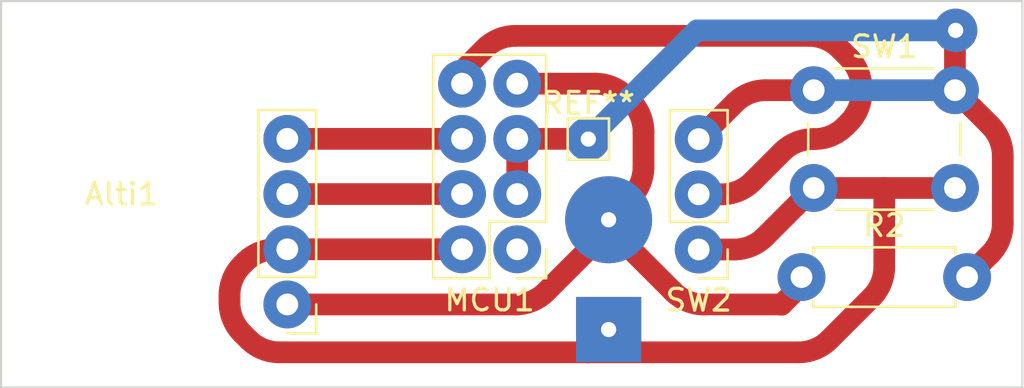
<source format=kicad_pcb>
(kicad_pcb (version 20221018) (generator pcbnew)
  (layers (0 "F.Cu" signal) (31 "B.Cu" signal) (34 "B.Paste" user) (35 "F.Paste" user) (36 "B.SilkS" user "B.Silkscreen") (37 "F.SilkS" user "F.Silkscreen") (38 "B.Mask" user) (39 "F.Mask" user) (44 "Edge.Cuts" user))
  (net 0 "")
  (net 1 "+3V3")
  (net 2 "GND")
  (net 3 "Net-(Alti1-SCL)")
  (net 4 "Net-(Alti1-SDA)")
  (net 6 "Net-(MCU1-GPIO3)")
  (net 7 "Net-(MCU1-CH_PD)")
  (footprint "Hackspace:3_pin_toggle_switch" (layer "F.Cu") (at 157.48 111.76 180)
    (fp_text reference "SW2" (at 0 -2.33) (layer "F.SilkS"))
    (fp_text value "Select")
    (fp_line (start -1.33 -1.33) (end 0 -1.33) (stroke (width 0.12)) (layer "F.SilkS"))
    (fp_line (start -1.33 0) (end -1.33 -1.33) (stroke (width 0.12)) (layer "F.SilkS"))
    (fp_line (start -1.33 1.27) (end -1.33 6.41) (stroke (width 0.12)) (layer "F.SilkS"))
    (fp_line (start -1.33 1.27) (end 1.33 1.27) (stroke (width 0.12)) (layer "F.SilkS"))
    (fp_line (start -1.33 6.41) (end 1.33 6.41) (stroke (width 0.12)) (layer "F.SilkS"))
    (fp_line (start 1.33 1.27) (end 1.33 6.41) (stroke (width 0.12)) (layer "F.SilkS"))
    (pad "1" thru_hole oval (at 0 0 180) (size 2.2 2.2) (drill 1) (layers "*.Cu" "*.Mask") (net 2 "GND"))
    (pad "2" thru_hole oval (at 0 2.54 180) (size 2.2 2.2) (drill 1) (layers "*.Cu" "*.Mask") (net 6 "Net-(MCU1-GPIO3)"))
    (pad "3" thru_hole oval (at 0 5.08 180) (size 2.2 2.2) (drill 1) (layers "*.Cu" "*.Mask") (net 7 "Net-(MCU1-CH_PD)"))
  )
  (footprint "Connector_PinHeader_2.54mm:PinHeader_2x04_P2.54mm_Vertical" (layer "F.Cu") (at 149.13 111.75 180)
    (fp_text reference "MCU1" (at 1.27 -2.33) (layer "F.SilkS"))
    (fp_text value "ESP01")
    (fp_line (start -1.33 -1.33) (end 0 -1.33) (stroke (width 0.12)) (layer "F.SilkS"))
    (fp_line (start -1.33 0) (end -1.33 -1.33) (stroke (width 0.12)) (layer "F.SilkS"))
    (fp_line (start -1.33 1.27) (end -1.33 8.95) (stroke (width 0.12)) (layer "F.SilkS"))
    (fp_line (start -1.33 1.27) (end 1.27 1.27) (stroke (width 0.12)) (layer "F.SilkS"))
    (fp_line (start -1.33 8.95) (end 3.87 8.95) (stroke (width 0.12)) (layer "F.SilkS"))
    (fp_line (start 1.27 -1.33) (end 3.87 -1.33) (stroke (width 0.12)) (layer "F.SilkS"))
    (fp_line (start 1.27 1.27) (end 1.27 -1.33) (stroke (width 0.12)) (layer "F.SilkS"))
    (fp_line (start 3.87 -1.33) (end 3.87 8.95) (stroke (width 0.12)) (layer "F.SilkS"))
    (pad "1" thru_hole oval (at 0 0 180) (size 2.2 2.2) (drill 1) (layers "*.Cu" "*.Mask"))
    (pad "2" thru_hole oval (at 0 2.54 180) (size 2.2 2.2) (drill 1) (layers "*.Cu" "*.Mask") (net 7 "Net-(MCU1-CH_PD)"))
    (pad "3" thru_hole oval (at 0 5.08 180) (size 2.2 2.2) (drill 1) (layers "*.Cu" "*.Mask") (net 7 "Net-(MCU1-CH_PD)"))
    (pad "4" thru_hole oval (at 0 7.62 180) (size 2.2 2.2) (drill 1) (layers "*.Cu" "*.Mask") (net 1 "+3V3"))
    (pad "5" thru_hole oval (at 2.54 7.62 180) (size 2.2 2.2) (drill 1) (layers "*.Cu" "*.Mask") (net 6 "Net-(MCU1-GPIO3)"))
    (pad "6" thru_hole oval (at 2.54 5.08 180) (size 2.2 2.2) (drill 1) (layers "*.Cu" "*.Mask") (net 4 "Net-(Alti1-SDA)"))
    (pad "7" thru_hole oval (at 2.54 2.54 180) (size 2.2 2.2) (drill 1) (layers "*.Cu" "*.Mask") (net 3 "Net-(Alti1-SCL)"))
    (pad "8" thru_hole oval (at 2.54 0 180) (size 2.2 2.2) (drill 1) (layers "*.Cu" "*.Mask") (net 2 "GND"))
  )
  (footprint "" (layer "F.Cu") (at 153.33436 110.390774)
    (fp_text reference "" (at 0 0) (layer "F.SilkS") (effects (font (size 1.27 1.27))))
    (fp_text value "" (at 0 0) (layer "F.SilkS") (effects (font (size 1.27 1.27))))
    (pad "1" thru_hole circle (at 0 0) (size 4 4) (drill 0.7) (layers "*.Cu" "*.Mask") (net 1 "+3V3"))
  )
  (footprint "" (layer "F.Cu") (at 169.301168 101.678566)
    (fp_text reference "" (at 0 0) (layer "F.SilkS") (effects (font (size 1.27 1.27))))
    (fp_text value "" (at 0 0) (layer "F.SilkS") (effects (font (size 1.27 1.27))))
    (pad "1" thru_hole circle (at 0 0) (size 2 2) (drill 0.7) (layers "*.Cu" "*.Mask") (net 7 "Net-(MCU1-CH_PD)"))
  )
  (footprint "" (layer "F.Cu") (at 153.209149 115.443)
    (fp_text reference "" (at 0 0) (layer "F.SilkS") (effects (font (size 1.27 1.27))))
    (fp_text value "" (at 0 0) (layer "F.SilkS") (effects (font (size 1.27 1.27))))
    (pad "1" thru_hole rect (at 0.125211 0) (size 3 3) (drill 0.7) (layers "*.Cu" "*.Mask") (net 2 "GND"))
  )
  (footprint "TestPoint:TestPoint_THTPad_1.5x1.5mm_Drill0.7mm" (layer "F.Cu") (at 152.4 106.68)
    (fp_text reference "REF**" (at 0 -1.648) (layer "F.SilkS"))
    (fp_text value "TestPoint_THTPad_1.5x1.5mm_Drill0.7mm")
    (fp_line (start -0.95 -0.95) (end 0.95 -0.95) (stroke (width 0.12)) (layer "F.SilkS"))
    (fp_line (start -0.95 0.95) (end -0.95 -0.95) (stroke (width 0.12)) (layer "F.SilkS"))
    (fp_line (start 0.95 -0.95) (end 0.95 0.95) (stroke (width 0.12)) (layer "F.SilkS"))
    (fp_line (start 0.95 0.95) (end -0.95 0.95) (stroke (width 0.12)) (layer "F.SilkS"))
    (pad "1" thru_hole circle (at 0 0) (size 2 2) (drill 0.7) (layers "*.Cu" "*.Mask") (net 7 "Net-(MCU1-CH_PD)"))
  )
  (footprint "Resistor_THT:R_Axial_DIN0207_L6.3mm_D2.5mm_P7.62mm_Horizontal" (layer "F.Cu") (at 162.210075 113.03)
    (fp_text reference "R2" (at 3.81 -2.37) (layer "F.SilkS"))
    (fp_text value "10K")
    (fp_line (start 0.54 -1.37) (end 7.08 -1.37) (stroke (width 0.12)) (layer "F.SilkS"))
    (fp_line (start 0.54 -1.04) (end 0.54 -1.37) (stroke (width 0.12)) (layer "F.SilkS"))
    (fp_line (start 0.54 1.04) (end 0.54 1.37) (stroke (width 0.12)) (layer "F.SilkS"))
    (fp_line (start 0.54 1.37) (end 7.08 1.37) (stroke (width 0.12)) (layer "F.SilkS"))
    (fp_line (start 7.08 -1.37) (end 7.08 -1.04) (stroke (width 0.12)) (layer "F.SilkS"))
    (fp_line (start 7.08 1.37) (end 7.08 1.04) (stroke (width 0.12)) (layer "F.SilkS"))
    (pad "1" thru_hole oval (at 0 0) (size 2.2 2.2) (drill 1) (layers "*.Cu" "*.Mask") (net 1 "+3V3"))
    (pad "2" thru_hole oval (at 7.62 0) (size 2.2 2.2) (drill 1) (layers "*.Cu" "*.Mask") (net 7 "Net-(MCU1-CH_PD)"))
  )
  (footprint "Button_Switch_THT:SW_PUSH_6mm" (layer "F.Cu") (at 162.770075 104.43)
    (fp_text reference "SW1" (at 3.25 -2) (layer "F.SilkS"))
    (fp_text value "Reset")
    (fp_line (start -0.25 1.5) (end -0.25 3) (stroke (width 0.12)) (layer "F.SilkS"))
    (fp_line (start 1 5.5) (end 5.5 5.5) (stroke (width 0.12)) (layer "F.SilkS"))
    (fp_line (start 5.5 -1) (end 1 -1) (stroke (width 0.12)) (layer "F.SilkS"))
    (fp_line (start 6.75 3) (end 6.75 1.5) (stroke (width 0.12)) (layer "F.SilkS"))
    (pad "1" thru_hole oval (at 0 0) (size 2.2 2.2) (drill 1) (layers "*.Cu" "*.Mask") (net 7 "Net-(MCU1-CH_PD)"))
    (pad "1" thru_hole oval (at 6.5 0) (size 2.2 2.2) (drill 1) (layers "*.Cu" "*.Mask") (net 7 "Net-(MCU1-CH_PD)"))
    (pad "2" thru_hole oval (at 0 4.5) (size 2.2 2.2) (drill 1) (layers "*.Cu" "*.Mask") (net 2 "GND"))
    (pad "2" thru_hole oval (at 6.5 4.5) (size 2.2 2.2) (drill 1) (layers "*.Cu" "*.Mask") (net 2 "GND"))
  )
  (footprint "Connector_PinHeader_2.54mm:PinHeader_1x04_P2.54mm_Vertical" (layer "F.Cu") (at 138.55 114.29 180)
    (fp_text reference "Alti1" (at 7.62 5.08) (layer "F.SilkS"))
    (fp_text value "BMP280")
    (fp_line (start -1.33 -1.33) (end 0 -1.33) (stroke (width 0.12)) (layer "F.SilkS"))
    (fp_line (start -1.33 0) (end -1.33 -1.33) (stroke (width 0.12)) (layer "F.SilkS"))
    (fp_line (start -1.33 1.27) (end -1.33 8.95) (stroke (width 0.12)) (layer "F.SilkS"))
    (fp_line (start -1.33 1.27) (end 1.33 1.27) (stroke (width 0.12)) (layer "F.SilkS"))
    (fp_line (start -1.33 8.95) (end 1.33 8.95) (stroke (width 0.12)) (layer "F.SilkS"))
    (fp_line (start 1.33 1.27) (end 1.33 8.95) (stroke (width 0.12)) (layer "F.SilkS"))
    (pad "1" thru_hole oval (at 0 0 180) (size 2.2 2.2) (drill 1) (layers "*.Cu" "*.Mask") (net 1 "+3V3"))
    (pad "2" thru_hole oval (at 0 2.54 180) (size 2.2 2.2) (drill 1) (layers "*.Cu" "*.Mask") (net 2 "GND"))
    (pad "3" thru_hole oval (at 0 5.08 180) (size 2.2 2.2) (drill 1) (layers "*.Cu" "*.Mask") (net 3 "Net-(Alti1-SCL)"))
    (pad "4" thru_hole oval (at 0 7.62 180) (size 2.2 2.2) (drill 1) (layers "*.Cu" "*.Mask") (net 4 "Net-(Alti1-SDA)"))
  )
  (gr_rect (start 125.380075 100.33) (end 172.370075 118.11) (stroke (width 0.1)) (fill none) (layer "Edge.Cuts"))
  (segment (start 162.210075 113.379925) (end 162.210075 113.03) (width 1) (layer "F.Cu") (net 1))
  (segment (start 154.94 106.348427) (end 154.94 107.956707) (width 1) (layer "F.Cu") (net 1))
  (segment (start 154.354213 109.370921) (end 153.33436 110.390774) (width 1) (layer "F.Cu") (net 1))
  (segment (start 153.33436 110.390774) (end 153.33436 109.383517) (width 1) (layer "F.Cu") (net 1))
  (segment (start 156.312943 113.704213) (end 153.33436 110.72563) (width 1) (layer "F.Cu") (net 1))
  (segment (start 138.55 114.29) (end 149.041573 114.29) (width 1) (layer "F.Cu") (net 1))
  (segment (start 150.455787 113.704213) (end 153.33436 110.82564) (width 1) (layer "F.Cu") (net 1))
  (segment (start 149.13 104.13) (end 152.721573 104.13) (width 1) (layer "F.Cu") (net 1))
  (segment (start 161.28 114.29) (end 157.727157 114.29) (width 1) (layer "F.Cu") (net 1))
  (segment (start 161.29 114.3) (end 162.210075 113.379925) (width 1) (layer "F.Cu") (net 1))
  (segment (start 154.135787 104.715787) (end 154.354214 104.934214) (width 1) (layer "F.Cu") (net 1))
  (segment (start 153.33436 110.82564) (end 153.33436 110.390774) (width 1) (layer "F.Cu") (net 1))
  (segment (start 153.33436 110.72563) (end 153.33436 110.390774) (width 1) (layer "F.Cu") (net 1))
  (segment (start 161.28 114.29) (end 161.29 114.3) (width 1) (layer "F.Cu") (net 1))
  (arc (start 150.455787 113.704213) (mid 149.80694 114.137759) (end 149.041573 114.29) (width 1) (layer "F.Cu") (net 1))
  (arc (start 152.721573 104.13) (mid 153.48694 104.282241) (end 154.135787 104.715787) (width 1) (layer "F.Cu") (net 1))
  (arc (start 154.94 107.956707) (mid 154.787759 108.722074) (end 154.354213 109.370921) (width 1) (layer "F.Cu") (net 1))
  (arc (start 154.354214 104.934214) (mid 154.787759 105.58306) (end 154.94 106.348427) (width 1) (layer "F.Cu") (net 1))
  (arc (start 157.727157 114.29) (mid 156.96179 114.137759) (end 156.312943 113.704213) (width 1) (layer "F.Cu") (net 1))
  (segment (start 138.180276 116.49) (end 152.4 116.49) (width 1) (layer "F.Cu") (net 2))
  (segment (start 157.48 111.76) (end 159.111648 111.76) (width 1) (layer "F.Cu") (net 2))
  (segment (start 169.270075 108.93) (end 166.017818 108.93) (width 1) (layer "F.Cu") (net 2))
  (segment (start 135.89 113.878427) (end 135.89 114.199724) (width 1) (layer "F.Cu") (net 2))
  (segment (start 136.604213 112.335787) (end 136.475786 112.464214) (width 1) (layer "F.Cu") (net 2))
  (segment (start 153.209149 115.501703) (end 153.209149 115.680851) (width 1) (layer "F.Cu") (net 2))
  (segment (start 153.209149 115.680851) (end 152.4 116.49) (width 1) (layer "F.Cu") (net 2))
  (segment (start 166.017818 108.93) (end 162.770075 108.93) (width 1) (layer "F.Cu") (net 2))
  (segment (start 136.475787 115.613938) (end 136.766063 115.904214) (width 1) (layer "F.Cu") (net 2))
  (segment (start 138.55 111.75) (end 138.018427 111.75) (width 1) (layer "F.Cu") (net 2))
  (segment (start 152.4 116.49) (end 162.081573 116.49) (width 1) (layer "F.Cu") (net 2))
  (segment (start 166.017818 112.553755) (end 166.017818 108.93) (width 1) (layer "F.Cu") (net 2))
  (segment (start 138.55 111.75) (end 146.59 111.75) (width 1) (layer "F.Cu") (net 2))
  (segment (start 160.525862 111.174213) (end 162.770075 108.93) (width 1) (layer "F.Cu") (net 2))
  (segment (start 163.495787 115.904213) (end 165.432032 113.967968) (width 1) (layer "F.Cu") (net 2))
  (arc (start 135.89 114.199724) (mid 136.042241 114.965091) (end 136.475787 115.613938) (width 1) (layer "F.Cu") (net 2))
  (arc (start 163.495787 115.904213) (mid 162.84694 116.337759) (end 162.081573 116.49) (width 1) (layer "F.Cu") (net 2))
  (arc (start 138.018427 111.75) (mid 137.25306 111.902241) (end 136.604213 112.335787) (width 1) (layer "F.Cu") (net 2))
  (arc (start 165.432032 113.967968) (mid 165.865577 113.319122) (end 166.017818 112.553755) (width 1) (layer "F.Cu") (net 2))
  (arc (start 159.111648 111.76) (mid 159.877015 111.607759) (end 160.525862 111.174213) (width 1) (layer "F.Cu") (net 2))
  (arc (start 136.766063 115.904214) (mid 137.414909 116.337759) (end 138.180276 116.49) (width 1) (layer "F.Cu") (net 2))
  (arc (start 135.89 113.878427) (mid 136.042241 113.11306) (end 136.475786 112.464214) (width 1) (layer "F.Cu") (net 2))
  (segment (start 138.55 109.21) (end 146.59 109.21) (width 1) (layer "F.Cu") (net 3))
  (segment (start 138.55 106.67) (end 146.59 106.67) (width 1) (layer "F.Cu") (net 4))
  (segment (start 138.44 106.67) (end 138.43 106.68) (width 1) (layer "F.Cu") (net 4))
  (segment (start 138.55 106.67) (end 138.44 106.67) (width 1) (layer "F.Cu") (net 4))
  (segment (start 164.970075 104.512843) (end 164.970075 104.347157) (width 1) (layer "F.Cu") (net 6))
  (segment (start 164.384288 102.932943) (end 163.967131 102.515786) (width 1) (layer "F.Cu") (net 6))
  (segment (start 157.48 109.22) (end 158.540378 109.22) (width 1) (layer "F.Cu") (net 6))
  (segment (start 164.217132 106.094213) (end 164.384289 105.927056) (width 1) (layer "F.Cu") (net 6))
  (segment (start 162.552918 101.93) (end 149.047157 101.93) (width 1) (layer "F.Cu") (net 6))
  (segment (start 159.954592 108.634213) (end 161.323019 107.265786) (width 1) (layer "F.Cu") (net 6))
  (segment (start 147.632943 102.515787) (end 146.59 103.55873) (width 1) (layer "F.Cu") (net 6))
  (segment (start 162.737232 106.68) (end 162.802918 106.68) (width 1) (layer "F.Cu") (net 6))
  (segment (start 146.59 103.55873) (end 146.59 104.13) (width 1) (layer "F.Cu") (net 6))
  (arc (start 147.632943 102.515787) (mid 148.28179 102.082241) (end 149.047157 101.93) (width 1) (layer "F.Cu") (net 6))
  (arc (start 164.970075 104.347157) (mid 164.817834 103.58179) (end 164.384288 102.932943) (width 1) (layer "F.Cu") (net 6))
  (arc (start 162.552918 101.93) (mid 163.318285 102.082241) (end 163.967131 102.515786) (width 1) (layer "F.Cu") (net 6))
  (arc (start 159.954592 108.634213) (mid 159.305745 109.067759) (end 158.540378 109.22) (width 1) (layer "F.Cu") (net 6))
  (arc (start 162.737232 106.68) (mid 161.971865 106.832241) (end 161.323019 107.265786) (width 1) (layer "F.Cu") (net 6))
  (arc (start 164.970075 104.512843) (mid 164.817834 105.27821) (end 164.384289 105.927056) (width 1) (layer "F.Cu") (net 6))
  (arc (start 162.802918 106.68) (mid 163.568285 106.527759) (end 164.217132 106.094213) (width 1) (layer "F.Cu") (net 6))
  (segment (start 169.270075 104.43) (end 169.270075 101.709659) (width 1) (layer "F.Cu") (net 7))
  (segment (start 169.830075 113.03) (end 170.884289 111.975786) (width 1) (layer "F.Cu") (net 7))
  (segment (start 152.39 106.67) (end 152.4 106.68) (width 1) (layer "F.Cu") (net 7))
  (segment (start 170.884288 106.044213) (end 169.270075 104.43) (width 1) (layer "F.Cu") (net 7))
  (segment (start 162.770075 104.43) (end 160.558427 104.43) (width 1) (layer "F.Cu") (net 7))
  (segment (start 159.144213 105.015787) (end 157.48 106.68) (width 1) (layer "F.Cu") (net 7))
  (segment (start 149.13 109.21) (end 149.13 106.67) (width 1) (layer "F.Cu") (net 7))
  (segment (start 149.13 106.67) (end 152.39 106.67) (width 1) (layer "F.Cu") (net 7))
  (segment (start 171.470075 110.561573) (end 171.470075 107.458427) (width 1) (layer "F.Cu") (net 7))
  (segment (start 169.270075 101.709659) (end 169.301168 101.678566) (width 1) (layer "F.Cu") (net 7))
  (arc (start 170.884289 111.975786) (mid 171.317834 111.32694) (end 171.470075 110.561573) (width 1) (layer "F.Cu") (net 7))
  (arc (start 160.558427 104.43) (mid 159.79306 104.582241) (end 159.144213 105.015787) (width 1) (layer "F.Cu") (net 7))
  (arc (start 170.884288 106.044213) (mid 171.317834 106.69306) (end 171.470075 107.458427) (width 1) (layer "F.Cu") (net 7))
  (segment (start 169.270075 104.43) (end 162.770075 104.43) (width 1) (layer "B.Cu") (net 7))
  (segment (start 157.401434 101.678566) (end 152.4 106.68) (width 1) (layer "B.Cu") (net 7))
  (segment (start 169.301168 101.678566) (end 157.401434 101.678566) (width 1) (layer "B.Cu") (net 7))
)
</source>
